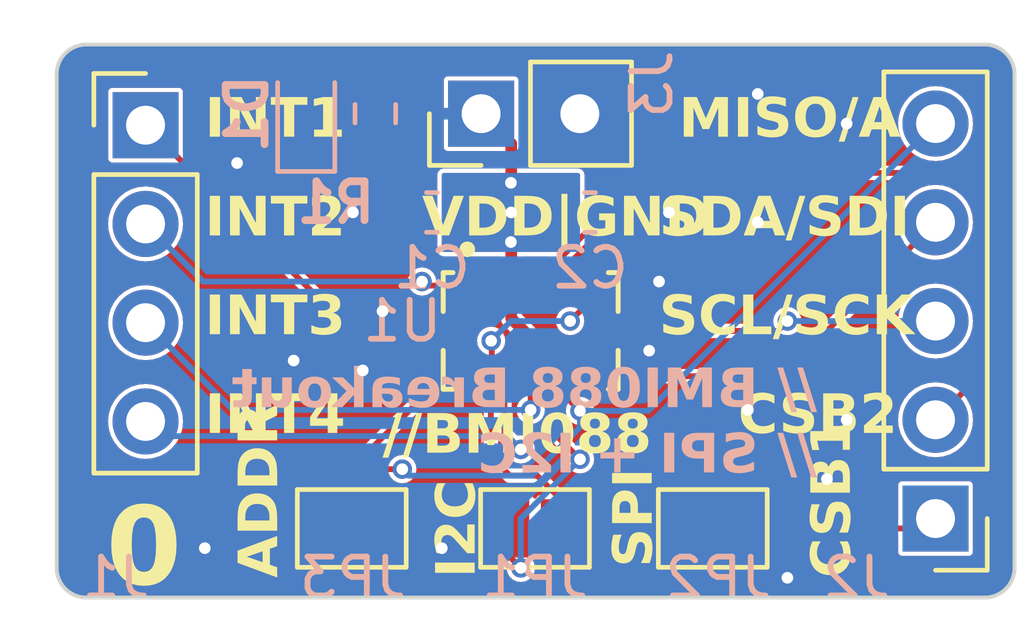
<source format=kicad_pcb>
(kicad_pcb (version 20230410) (generator pcbnew)
  (title_block (title "BMI088 Breakout") (date "2023-08-18") (rev "V1.0") (company "MUREX Robotics [Byran Huang]") (comment 1 "// DO IT RIGHT, DO IT MUREX.") (comment 2 "// ATTEMPT THE IMPOSSIBLE.") (comment 4 "BMI088 breakout board with I2C + SPI support"))
  (layers (0 "F.Cu" signal) (31 "B.Cu" signal) (34 "B.Paste" user) (35 "F.Paste" user) (36 "B.SilkS" user "B.Silkscreen") (37 "F.SilkS" user "F.Silkscreen") (38 "B.Mask" user) (39 "F.Mask" user) (44 "Edge.Cuts" user))
  (net 0 "")
  (net 1 "GND")
  (net 2 "+3.3V")
  (net 3 "/INT1")
  (net 4 "/INT2")
  (net 5 "/INT3")
  (net 6 "/INT4")
  (net 7 "/CSB1")
  (net 8 "/CSB2")
  (net 9 "/SCL{slash}SCK")
  (net 10 "/SDA{slash}SDI")
  (net 11 "/ADDR{slash}MISO")
  (net 13 "Net-(D1-A)")
  (footprint "Connector_PinHeader_2.54mm:PinHeader_1x02_P2.54mm_Vertical" (layer "F.Cu") (at 145.9765 98.044 90)
    (fp_text reference "J3" (at 0.762 4.3915 90) (layer "B.SilkS") (effects (font (thickness 0.15) bold) (justify mirror)))
    (fp_text value "PWR")
    (fp_line (start -1.33 -1.33) (end 0 -1.33) (stroke (width 0.12)) (layer "F.SilkS"))
    (fp_line (start -1.33 0) (end -1.33 -1.33) (stroke (width 0.12)) (layer "F.SilkS"))
    (fp_line (start 1.33 1.270001) (end 1.33 3.87) (stroke (width 0.12)) (layer "F.SilkS"))
    (fp_line (start -1.33 1.270001) (end 1.33 1.270001) (stroke (width 0.12)) (layer "F.SilkS"))
    (fp_line (start -1.33 1.270001) (end -1.33 3.87) (stroke (width 0.12)) (layer "F.SilkS"))
    (fp_line (start -1.33 3.87) (end 1.33 3.87) (stroke (width 0.12)) (layer "F.SilkS"))
    (pad "1" thru_hole rect (at 0 0 90) (size 1.7 1.7) (drill 1) (layers "*.Cu" "*.Mask") (net 2 "+3.3V"))
    (pad "2" thru_hole oval (at 0 2.54 90) (size 1.7 1.7) (drill 1) (layers "*.Cu" "*.Mask") (net 1 "GND"))
  )
  (footprint "Jumper:SolderJumper-2_P1.3mm_Open_Pad1.0x1.5mm" (layer "F.Cu") (at 151.9355 108.712)
    (fp_text reference "JP2" (at 0.142 1.27) (layer "B.SilkS") (effects (font (thickness 0.15) bold) (justify mirror)))
    (fp_text value "SPI")
    (fp_line (start -1.4 -1) (end 1.4 -1) (stroke (width 0.12)) (layer "F.SilkS"))
    (fp_line (start -1.4 1) (end -1.4 -1) (stroke (width 0.12)) (layer "F.SilkS"))
    (fp_line (start 1.4 -1) (end 1.4 1) (stroke (width 0.12)) (layer "F.SilkS"))
    (fp_line (start 1.4 1) (end -1.4 1) (stroke (width 0.12)) (layer "F.SilkS"))
    (pad "1" smd rect (at -0.65 0) (size 1 1.5) (layers "F.Cu" "F.Mask") (net 1 "GND"))
    (pad "2" smd rect (at 0.65 0) (size 1 1.5) (layers "F.Cu" "F.Mask") (net 7 "/CSB1"))
  )
  (footprint "Jumper:SolderJumper-2_P1.3mm_Open_Pad1.0x1.5mm" (layer "F.Cu") (at 142.6495 108.712)
    (fp_text reference "JP3" (at 0.03 1.27) (layer "B.SilkS") (effects (font (thickness 0.15) bold) (justify mirror)))
    (fp_text value "ADDR")
    (fp_line (start -1.4 -1) (end 1.4 -1) (stroke (width 0.12)) (layer "F.SilkS"))
    (fp_line (start -1.4 1) (end -1.4 -1) (stroke (width 0.12)) (layer "F.SilkS"))
    (fp_line (start 1.4 -1) (end 1.4 1) (stroke (width 0.12)) (layer "F.SilkS"))
    (fp_line (start 1.4 1) (end -1.4 1) (stroke (width 0.12)) (layer "F.SilkS"))
    (pad "1" smd rect (at -0.65 0) (size 1 1.5) (layers "F.Cu" "F.Mask") (net 11 "/ADDR{slash}MISO"))
    (pad "2" smd rect (at 0.65 0) (size 1 1.5) (layers "F.Cu" "F.Mask") (net 1 "GND"))
  )
  (footprint "Jumper:SolderJumper-2_P1.3mm_Open_Pad1.0x1.5mm" (layer "F.Cu") (at 147.3635 108.712)
    (fp_text reference "JP1" (at 0 1.27) (layer "B.SilkS") (effects (font (thickness 0.15) bold) (justify mirror)))
    (fp_text value "I2C")
    (fp_line (start -1.4 -1) (end 1.4 -1) (stroke (width 0.12)) (layer "F.SilkS"))
    (fp_line (start -1.4 1) (end -1.4 -1) (stroke (width 0.12)) (layer "F.SilkS"))
    (fp_line (start 1.4 -1) (end 1.4 1) (stroke (width 0.12)) (layer "F.SilkS"))
    (fp_line (start 1.4 1) (end -1.4 1) (stroke (width 0.12)) (layer "F.SilkS"))
    (pad "1" smd rect (at -0.649999 0) (size 1 1.5) (layers "F.Cu" "F.Mask") (net 2 "+3.3V"))
    (pad "2" smd rect (at 0.649999 0) (size 1 1.5) (layers "F.Cu" "F.Mask") (net 7 "/CSB1"))
  )
  (footprint "BMI088:PQFN50P450X300X100-16N" (layer "F.Cu") (at 147.2515 103.632)
    (fp_text reference "U1" (at -3.302 -0.254) (layer "B.SilkS") (effects (font (thickness 0.15) bold) (justify mirror)))
    (fp_text value "BMI088")
    (fp_line (start -2.25 -1.5) (end -2 -1.5) (stroke (width 0.127)) (layer "F.SilkS"))
    (fp_line (start -2.25 -0.5) (end -2.25 -1.5) (stroke (width 0.127)) (layer "F.SilkS"))
    (fp_line (start -2.25 1.5) (end -2.25 0.5) (stroke (width 0.127)) (layer "F.SilkS"))
    (fp_line (start -2 1.5) (end -2.25 1.5) (stroke (width 0.127)) (layer "F.SilkS"))
    (fp_line (start 2.25 -1.5) (end 2 -1.5) (stroke (width 0.127)) (layer "F.SilkS"))
    (fp_line (start 2.25 -0.5) (end 2.25 -1.5) (stroke (width 0.127)) (layer "F.SilkS"))
    (fp_line (start 2.25 0.5) (end 2.25 1.5) (stroke (width 0.127)) (layer "F.SilkS"))
    (fp_line (start 2.25 1.5) (end 2 1.5) (stroke (width 0.127)) (layer "F.SilkS"))
    (fp_circle (center -1.629 -2.1) (end -1.529 -2.1) (stroke (width 0.2)) (fill none) (layer "F.SilkS"))
    (pad "1" smd rect (at -1.5 -1.165 270) (size 0.59 0.35) (layers "F.Cu" "F.Paste" "F.Mask") (net 4 "/INT2"))
    (pad "2" smd rect (at -1 -1.165 270) (size 0.59 0.35) (layers "F.Cu" "F.Paste" "F.Mask"))
    (pad "3" smd rect (at -0.5 -1.165 270) (size 0.59 0.35) (layers "F.Cu" "F.Paste" "F.Mask") (net 2 "+3.3V"))
    (pad "4" smd rect (at 0 -1.164999 270) (size 0.59 0.35) (layers "F.Cu" "F.Paste" "F.Mask") (net 1 "GND"))
    (pad "5" smd rect (at 0.5 -1.165 270) (size 0.59 0.35) (layers "F.Cu" "F.Paste" "F.Mask") (net 8 "/CSB2"))
    (pad "6" smd rect (at 1 -1.165 270) (size 0.59 0.35) (layers "F.Cu" "F.Paste" "F.Mask") (net 1 "GND"))
    (pad "7" smd rect (at 1.5 -1.165 270) (size 0.59 0.35) (layers "F.Cu" "F.Paste" "F.Mask") (net 7 "/CSB1"))
    (pad "8" smd rect (at 1.914999 0 180) (size 0.59 0.35) (layers "F.Cu" "F.Paste" "F.Mask") (net 9 "/SCL{slash}SCK"))
    (pad "9" smd rect (at 1.5 1.165 90) (size 0.59 0.35) (layers "F.Cu" "F.Paste" "F.Mask") (net 10 "/SDA{slash}SDI"))
    (pad "10" smd rect (at 1 1.165 90) (size 0.59 0.35) (layers "F.Cu" "F.Paste" "F.Mask") (net 11 "/ADDR{slash}MISO"))
    (pad "11" smd rect (at 0.5 1.165 90) (size 0.59 0.35) (layers "F.Cu" "F.Paste" "F.Mask") (net 2 "+3.3V"))
    (pad "12" smd rect (at 0 1.164999 90) (size 0.59 0.35) (layers "F.Cu" "F.Paste" "F.Mask") (net 5 "/INT3"))
    (pad "13" smd rect (at -0.5 1.165 90) (size 0.59 0.35) (layers "F.Cu" "F.Paste" "F.Mask") (net 6 "/INT4"))
    (pad "14" smd rect (at -1 1.165 90) (size 0.59 0.35) (layers "F.Cu" "F.Paste" "F.Mask") (net 7 "/CSB1"))
    (pad "15" smd rect (at -1.5 1.165 90) (size 0.59 0.35) (layers "F.Cu" "F.Paste" "F.Mask") (net 11 "/ADDR{slash}MISO"))
    (pad "16" smd rect (at -1.914999 0) (size 0.59 0.35) (layers "F.Cu" "F.Paste" "F.Mask") (net 3 "/INT1"))
  )
  (footprint "Connector_PinHeader_2.54mm:PinHeader_1x04_P2.54mm_Vertical" (layer "F.Cu") (at 137.3455 98.34)
    (fp_text reference "J1" (at -0.762 11.642) (layer "B.SilkS") (effects (font (thickness 0.15) bold) (justify mirror)))
    (fp_text value "HW INTRP")
    (fp_line (start -1.33 -1.33) (end 0 -1.33) (stroke (width 0.12)) (layer "F.SilkS"))
    (fp_line (start -1.33 0) (end -1.33 -1.33) (stroke (width 0.12)) (layer "F.SilkS"))
    (fp_line (start -1.33 1.27) (end -1.33 8.95) (stroke (width 0.12)) (layer "F.SilkS"))
    (fp_line (start -1.33 1.27) (end 1.33 1.27) (stroke (width 0.12)) (layer "F.SilkS"))
    (fp_line (start -1.33 8.95) (end 1.33 8.95) (stroke (width 0.12)) (layer "F.SilkS"))
    (fp_line (start 1.33 1.27) (end 1.33 8.95) (stroke (width 0.12)) (layer "F.SilkS"))
    (pad "1" thru_hole rect (at 0 0) (size 1.7 1.7) (drill 1) (layers "*.Cu" "*.Mask") (net 3 "/INT1"))
    (pad "2" thru_hole oval (at 0 2.54) (size 1.7 1.7) (drill 1) (layers "*.Cu" "*.Mask") (net 4 "/INT2"))
    (pad "3" thru_hole oval (at 0 5.08) (size 1.7 1.7) (drill 1) (layers "*.Cu" "*.Mask") (net 5 "/INT3"))
    (pad "4" thru_hole oval (at 0 7.62) (size 1.7 1.7) (drill 1) (layers "*.Cu" "*.Mask") (net 6 "/INT4"))
  )
  (footprint "Connector_PinHeader_2.54mm:PinHeader_1x05_P2.54mm_Vertical" (layer "F.Cu") (at 157.6655 108.458 180)
    (fp_text reference "J2" (at 2.032 -1.524 -180) (layer "B.SilkS") (effects (font (thickness 0.15) bold) (justify mirror)))
    (fp_text value "CONN")
    (fp_line (start 1.33 1.270001) (end 1.33 11.49) (stroke (width 0.12)) (layer "F.SilkS"))
    (fp_line (start -1.33 11.49) (end 1.33 11.49) (stroke (width 0.12)) (layer "F.SilkS"))
    (fp_line (start -1.33 1.270001) (end 1.33 1.270001) (stroke (width 0.12)) (layer "F.SilkS"))
    (fp_line (start -1.33 1.270001) (end -1.33 11.49) (stroke (width 0.12)) (layer "F.SilkS"))
    (fp_line (start -1.33 0) (end -1.33 -1.33) (stroke (width 0.12)) (layer "F.SilkS"))
    (fp_line (start -1.33 -1.33) (end 0 -1.33) (stroke (width 0.12)) (layer "F.SilkS"))
    (pad "1" thru_hole rect (at 0 0 180) (size 1.7 1.7) (drill 1) (layers "*.Cu" "*.Mask") (net 7 "/CSB1"))
    (pad "2" thru_hole oval (at 0 2.54 180) (size 1.7 1.7) (drill 1) (layers "*.Cu" "*.Mask") (net 8 "/CSB2"))
    (pad "3" thru_hole oval (at 0 5.079999 180) (size 1.7 1.7) (drill 1) (layers "*.Cu" "*.Mask") (net 9 "/SCL{slash}SCK"))
    (pad "4" thru_hole oval (at 0 7.62 180) (size 1.7 1.7) (drill 1) (layers "*.Cu" "*.Mask") (net 10 "/SDA{slash}SDI"))
    (pad "5" thru_hole oval (at 0 10.16 180) (size 1.7 1.7) (drill 1) (layers "*.Cu" "*.Mask") (net 11 "/ADDR{slash}MISO"))
  )
  (footprint "LED_SMD:LED_0603_1608Metric" (layer "B.Cu") (at 141.478 98.044 90)
    (fp_text reference "D1" (at 0 -1.524 270) (layer "B.SilkS") (effects (font (thickness 0.2) bold) (justify mirror)))
    (fp_text value "PWR")
    (fp_line (start 0.8 -0.735) (end -1.485 -0.735) (stroke (width 0.12)) (layer "B.SilkS"))
    (fp_line (start -1.485 -0.735) (end -1.485 0.735) (stroke (width 0.12)) (layer "B.SilkS"))
    (fp_line (start -1.485 0.735) (end 0.8 0.735) (stroke (width 0.12)) (layer "B.SilkS"))
    (pad "1" smd roundrect (at -0.787501 0 270) (size 0.875 0.95) (layers "B.Cu" "B.Paste" "B.Mask") (net 1 "GND"))
    (pad "2" smd roundrect (at 0.787501 0 270) (size 0.875 0.95) (layers "B.Cu" "B.Paste" "B.Mask") (net 13 "Net-(D1-A)"))
  )
  (footprint "Resistor_SMD:R_0603_1608Metric" (layer "B.Cu") (at 143.256 98.044 90)
    (fp_text reference "R1" (at -2.286 -1.016) (layer "B.SilkS") (effects (font (thickness 0.2) bold) (justify mirror)))
    (fp_text value "10k")
    (fp_line (start 0.237258 -0.5225) (end -0.237258 -0.5225) (stroke (width 0.12)) (layer "B.SilkS"))
    (fp_line (start 0.237258 0.5225) (end -0.237258 0.5225) (stroke (width 0.12)) (layer "B.SilkS"))
    (pad "1" smd roundrect (at -0.825 0 270) (size 0.8 0.95) (layers "B.Cu" "B.Paste" "B.Mask") (net 2 "+3.3V"))
    (pad "2" smd roundrect (at 0.825 0 270) (size 0.8 0.95) (layers "B.Cu" "B.Paste" "B.Mask") (net 13 "Net-(D1-A)"))
  )
  (footprint "Capacitor_SMD:C_0603_1608Metric" (layer "B.Cu") (at 144.7115 100.584)
    (fp_text reference "C1" (at 0 1.43) (layer "B.SilkS") (effects (font (thickness 0.15) bold) (justify mirror)))
    (fp_text value "100nF")
    (fp_line (start 0.140581 -0.51) (end -0.140581 -0.51) (stroke (width 0.12)) (layer "B.SilkS"))
    (fp_line (start 0.140581 0.51) (end -0.140581 0.51) (stroke (width 0.12)) (layer "B.SilkS"))
    (pad "1" smd roundrect (at -0.775 0) (size 0.9 0.95) (layers "B.Cu" "B.Paste" "B.Mask") (net 1 "GND"))
    (pad "2" smd roundrect (at 0.775 0) (size 0.9 0.95) (layers "B.Cu" "B.Paste" "B.Mask") (net 2 "+3.3V"))
  )
  (footprint "Capacitor_SMD:C_0603_1608Metric" (layer "B.Cu") (at 148.7755 100.584)
    (fp_text reference "C2" (at 0 1.43) (layer "B.SilkS") (effects (font (thickness 0.15) bold) (justify mirror)))
    (fp_text value "100nF")
    (fp_line (start 0.140581 -0.51) (end -0.140581 -0.51) (stroke (width 0.12)) (layer "B.SilkS"))
    (fp_line (start 0.140581 0.51) (end -0.140581 0.51) (stroke (width 0.12)) (layer "B.SilkS"))
    (pad "1" smd roundrect (at -0.775 0) (size 0.9 0.95) (layers "B.Cu" "B.Paste" "B.Mask") (net 2 "+3.3V"))
    (pad "2" smd roundrect (at 0.775 0) (size 0.9 0.95) (layers "B.Cu" "B.Paste" "B.Mask") (net 1 "GND"))
  )
  (gr_line (start 135.0595 109.728) (end 135.0595 97.027999) (stroke (width 0.1)) (layer "Edge.Cuts"))
  (gr_arc (start 135.8215 110.49) (mid 135.282685 110.266815) (end 135.0595 109.728) (stroke (width 0.1)) (layer "Edge.Cuts"))
  (gr_line (start 158.9355 110.49) (end 135.8215 110.49) (stroke (width 0.1)) (layer "Edge.Cuts"))
  (gr_line (start 135.821499 96.265999) (end 158.9355 96.265999) (stroke (width 0.1)) (layer "Edge.Cuts"))
  (gr_arc (start 158.9355 96.266) (mid 159.474315 96.489185) (end 159.6975 97.028) (stroke (width 0.1)) (layer "Edge.Cuts"))
  (gr_arc (start 159.6975 109.728) (mid 159.474315 110.266815) (end 158.9355 110.49) (stroke (width 0.1)) (layer "Edge.Cuts"))
  (gr_line (start 159.6975 97.028) (end 159.6975 109.728) (stroke (width 0.1)) (layer "Edge.Cuts"))
  (gr_arc (start 135.059499 97.027999) (mid 135.282684 96.489184) (end 135.821499 96.265999) (stroke (width 0.1)) (layer "Edge.Cuts"))
  (gr_text "// BMI088 Breakout\n// SPI + I2C" (at 154.6175 107.442) (layer "B.SilkS") (effects (font (size 1 1) (thickness 0.2) bold) (justify left bottom mirror)))
  (gr_text "INT1" (at 138.8695 98.806) (layer "F.SilkS") (effects (font (size 1 1) (thickness 0.2) bold) (justify left bottom)))
  (gr_text "INT2" (at 138.8695 101.346) (layer "F.SilkS") (effects (font (size 1 1) (thickness 0.2) bold) (justify left bottom)))
  (gr_text "INT3" (at 138.8695 103.886) (layer "F.SilkS") (effects (font (size 1 1) (thickness 0.2) bold) (justify left bottom)))
  (gr_text "I2C" (at 145.9815 109.982 90) (layer "F.SilkS") (effects (font (size 1 1) (thickness 0.2) bold) (justify left bottom)))
  (gr_text "CSB2" (at 152.5855 106.426) (layer "F.SilkS") (effects (font (size 1 1) (thickness 0.2) bold) (justify left bottom)))
  (gr_text "CSB1" (at 155.6335 109.982 90) (layer "F.SilkS") (effects (font (size 1 1) (thickness 0.2) bold) (justify left bottom)))
  (gr_text "VDD|GND" (at 144.4575 101.346) (layer "F.SilkS") (effects (font (size 1 1) (thickness 0.2) bold) (justify left bottom)))
  (gr_text "INT4\n" (at 138.8695 106.426) (layer "F.SilkS") (effects (font (size 1 1) (thickness 0.2) bold) (justify left bottom)))
  (gr_text "ADDR" (at 140.9015 109.982 90) (layer "F.SilkS") (effects (font (size 1 1) (thickness 0.2) bold) (justify left bottom)))
  (gr_text "MISO/A" (at 151.0615 98.806) (layer "F.SilkS") (effects (font (size 1 1) (thickness 0.2) bold) (justify left bottom)))
  (gr_text "SPI" (at 150.5355 109.712 90) (layer "F.SilkS") (effects (font (size 1 1) (thickness 0.2) bold) (justify left bottom)))
  (gr_text "SCL/SCK" (at 150.5535 103.886) (layer "F.SilkS") (effects (font (size 1 1) (thickness 0.2) bold) (justify left bottom)))
  (gr_text "//BMI088" (at 143.4415 106.934) (layer "F.SilkS") (effects (font (size 1 1) (thickness 0.2) bold) (justify left bottom)))
  (gr_text "SDA/SDI" (at 150.5535 101.346) (layer "F.SilkS") (effects (font (size 1 1) (thickness 0.2) bold) (justify left bottom)))
  (gr_text "0" (at 136.3295 110.49) (layer "F.SilkS") (effects (font (size 2 2) (thickness 0.2) bold) (justify left bottom)))
  (via (at 142.6795 100.584) (size 0.5) (drill 0.3) (layers "F.Cu" "B.Cu") (net 1))
  (via (at 138.8695 109.22) (size 0.5) (drill 0.3) (layers "F.Cu" "B.Cu") (net 1))
  (via (at 144.9655 109.22) (size 0.5) (drill 0.3) (layers "F.Cu" "B.Cu") (net 1))
  (via (at 153.0935 97.536) (size 0.5) (drill 0.3) (layers "F.Cu" "B.Cu") (net 1))
  (via (at 150.2995 104.14) (size 0.5) (drill 0.3) (layers "F.Cu" "B.Cu") (net 1))
  (via (at 139.7 99.314) (size 0.5) (drill 0.3) (layers "F.Cu" "B.Cu") (net 1))
  (via (at 150.8075 100.584) (size 0.5) (drill 0.3) (layers "F.Cu" "B.Cu") (net 1))
  (via (at 153.8555 109.982) (size 0.5) (drill 0.3) (layers "F.Cu" "B.Cu") (net 1))
  (via (at 150.5535 102.362) (size 0.5) (drill 0.3) (layers "F.Cu" "B.Cu") (net 1))
  (via (at 154.8715 107.442) (size 0.5) (drill 0.3) (layers "F.Cu" "B.Cu") (net 1))
  (via (at 155.3795 98.298) (size 0.5) (drill 0.3) (layers "F.Cu" "B.Cu") (net 1))
  (via (at 152.8395 105.664) (size 0.5) (drill 0.3) (layers "F.Cu" "B.Cu") (net 1))
  (via (at 141.1555 104.394) (size 0.5) (drill 0.3) (layers "F.Cu" "B.Cu") (net 1))
  (via (at 155.3795 105.918) (size 0.5) (drill 0.3) (layers "F.Cu" "B.Cu") (net 1))
  (via (at 153.0935 100.838) (size 0.5) (drill 0.3) (layers "F.Cu" "B.Cu") (net 1))
  (via (at 142.9335 104.648) (size 0.5) (drill 0.3) (layers "F.Cu" "B.Cu") (net 1))
  (via (at 143.4415 103.124) (size 0.5) (drill 0.3) (layers "F.Cu" "B.Cu") (net 1))
  (segment (start 149.5505 100.584) (end 150.8075 100.584) (width 0.15) (layer "B.Cu") (net 1))
  (segment (start 143.9365 100.584) (end 142.6795 100.584) (width 0.15) (layer "B.Cu") (net 1))
  (segment (start 146.7515 99.814) (end 146.7515 98.819) (width 0.3) (layer "F.Cu") (net 2))
  (segment (start 146.7515 102.467) (end 146.7515 103.307999) (width 0.3) (layer "F.Cu") (net 2))
  (segment (start 146.7515 98.819) (end 145.9765 98.044) (width 0.3) (layer "F.Cu") (net 2))
  (segment (start 146.7515 99.83) (end 146.7435 99.822) (width 0.3) (layer "F.Cu") (net 2))
  (segment (start 147.7515 106.164) (end 147.7515 104.797) (width 0.15) (layer "F.Cu") (net 2))
  (segment (start 146.7515 100.584) (end 146.7515 99.83) (width 0.3) (layer "F.Cu") (net 2))
  (segment (start 146.713501 109.444001) (end 146.9975 109.728) (width 0.15) (layer "F.Cu") (net 2))
  (segment (start 146.7515 102.467) (end 146.7515 101.354) (width 0.3) (layer "F.Cu") (net 2))
  (segment (start 147.7515 104.307999) (end 147.7515 104.797) (width 0.3) (layer "F.Cu") (net 2))
  (segment (start 146.7435 101.346) (end 146.7515 101.338) (width 0.3) (layer "F.Cu") (net 2))
  (segment (start 148.5215 106.934) (end 147.7515 106.164) (width 0.15) (layer "F.Cu") (net 2))
  (segment (start 146.7515 101.354) (end 146.7435 101.346) (width 0.3) (layer "F.Cu") (net 2))
  (segment (start 146.7515 101.338) (end 146.7515 100.584) (width 0.3) (layer "F.Cu") (net 2))
  (segment (start 146.7515 103.307999) (end 147.7515 104.307999) (width 0.3) (layer "F.Cu") (net 2))
  (segment (start 146.713501 108.712) (end 146.713501 109.444001) (width 0.15) (layer "F.Cu") (net 2))
  (segment (start 146.7435 99.822) (end 146.7515 99.814) (width 0.3) (layer "F.Cu") (net 2))
  (via (at 146.9975 109.728) (size 0.5) (drill 0.3) (layers "F.Cu" "B.Cu") (net 2))
  (via (at 146.7515 100.584) (size 0.5) (drill 0.3) (layers "F.Cu" "B.Cu") (net 2))
  (via (at 146.7435 101.346) (size 0.5) (drill 0.3) (layers "F.Cu" "B.Cu") (net 2))
  (via (at 146.7435 99.822) (size 0.5) (drill 0.3) (layers "F.Cu" "B.Cu") (net 2))
  (via (at 148.5215 106.934) (size 0.5) (drill 0.3) (layers "F.Cu" "B.Cu") (net 2))
  (segment (start 146.9975 108.458) (end 148.5215 106.934) (width 0.15) (layer "B.Cu") (net 2))
  (segment (start 144.081 98.044) (end 143.256 98.869) (width 0.3) (layer "B.Cu") (net 2))
  (segment (start 148.0005 100.584) (end 146.7515 100.584) (width 0.15) (layer "B.Cu") (net 2))
  (segment (start 145.4865 100.584) (end 146.7515 100.584) (width 0.15) (layer "B.Cu") (net 2))
  (segment (start 146.9975 109.728) (end 146.9975 108.458) (width 0.15) (layer "B.Cu") (net 2))
  (segment (start 145.9765 98.044) (end 144.081 98.044) (width 0.3) (layer "B.Cu") (net 2))
  (segment (start 145.336501 103.632) (end 142.6375 103.632) (width 0.15) (layer "F.Cu") (net 3))
  (segment (start 142.6375 103.632) (end 137.3455 98.34) (width 0.15) (layer "F.Cu") (net 3))
  (segment (start 145.7515 102.467) (end 144.5625 102.467) (width 0.15) (layer "F.Cu") (net 4))
  (segment (start 144.5625 102.467) (end 144.4575 102.362) (width 0.15) (layer "F.Cu") (net 4))
  (via (at 144.4575 102.362) (size 0.5) (drill 0.3) (layers "F.Cu" "B.Cu") (net 4))
  (segment (start 138.8275 102.362) (end 137.3455 100.88) (width 0.15) (layer "B.Cu") (net 4))
  (segment (start 144.4575 102.362) (end 138.8275 102.362) (width 0.15) (layer "B.Cu") (net 4))
  (segment (start 147.2515 104.796999) (end 147.2515 105.664) (width 0.15) (layer "F.Cu") (net 5))
  (via (at 147.2515 105.664) (size 0.5) (drill 0.3) (layers "F.Cu" "B.Cu") (net 5))
  (segment (start 147.2515 105.664) (end 139.5895 105.664) (width 0.15) (layer "B.Cu") (net 5))
  (segment (start 139.5895 105.664) (end 137.3455 103.42) (width 0.15) (layer "B.Cu") (net 5))
  (segment (start 146.577 105.384612) (end 146.7515 105.210112) (width 0.15) (layer "F.Cu") (net 6))
  (segment (start 146.9975 106.68) (end 146.577 106.2595) (width 0.15) (layer "F.Cu") (net 6))
  (segment (start 146.577 106.2595) (end 146.577 105.384612) (width 0.15) (layer "F.Cu") (net 6))
  (segment (start 146.7515 105.210112) (end 146.7515 104.797) (width 0.15) (layer "F.Cu") (net 6))
  (via (at 146.9975 106.68) (size 0.5) (drill 0.3) (layers "F.Cu" "B.Cu") (net 6))
  (segment (start 146.656 106.3385) (end 137.724 106.3385) (width 0.15) (layer "B.Cu") (net 6))
  (segment (start 146.9975 106.68) (end 146.656 106.3385) (width 0.15) (layer "B.Cu") (net 6))
  (segment (start 137.724 106.3385) (end 137.3455 105.96) (width 0.15) (layer "B.Cu") (net 6))
  (segment (start 146.2515 104.797) (end 146.2515 103.902) (width 0.15) (layer "F.Cu") (net 7))
  (segment (start 146.2515 104.797) (end 146.2275 104.821) (width 0.15) (layer "F.Cu") (net 7))
  (segment (start 146.2275 104.821) (end 146.2275 106.863888) (width 0.15) (layer "F.Cu") (net 7))
  (segment (start 152.5855 109.612) (end 152.5855 108.712) (width 0.15) (layer "F.Cu") (net 7))
  (segment (start 148.013499 108.712) (end 148.013499 109.219999) (width 0.15) (layer "F.Cu") (net 7))
  (segment (start 152.5855 108.712) (end 157.4115 108.712) (width 0.15) (layer "F.Cu") (net 7))
  (segment (start 148.7515 102.467) (end 148.7515 102.894) (width 0.15) (layer "F.Cu") (net 7))
  (segment (start 146.2515 103.902) (end 146.2355 103.886) (width 0.15) (layer "F.Cu") (net 7))
  (segment (start 146.2275 106.863888) (end 146.718112 107.3545) (width 0.15) (layer "F.Cu") (net 7))
  (segment (start 148.013499 107.949999) (end 148.013499 108.712) (width 0.15) (layer "F.Cu") (net 7))
  (segment (start 146.718112 107.3545) (end 147.418 107.3545) (width 0.15) (layer "F.Cu") (net 7))
  (segment (start 148.7755 109.982) (end 152.2155 109.982) (width 0.15) (layer "F.Cu") (net 7))
  (segment (start 157.4115 108.712) (end 157.6655 108.458) (width 0.25) (layer "F.Cu") (net 7))
  (segment (start 152.2155 109.982) (end 152.5855 109.612) (width 0.15) (layer "F.Cu") (net 7))
  (segment (start 148.013499 109.219999) (end 148.7755 109.982) (width 0.15) (layer "F.Cu") (net 7))
  (segment (start 148.7515 102.894) (end 148.2675 103.378) (width 0.15) (layer "F.Cu") (net 7))
  (segment (start 147.418 107.3545) (end 148.013499 107.949999) (width 0.15) (layer "F.Cu") (net 7))
  (via (at 148.2675 103.378) (size 0.5) (drill 0.3) (layers "F.Cu" "B.Cu") (net 7))
  (via (at 146.2355 103.886) (size 0.5) (drill 0.3) (layers "F.Cu" "B.Cu") (net 7))
  (segment (start 146.7435 103.378) (end 146.2355 103.886) (width 0.15) (layer "B.Cu") (net 7))
  (segment (start 148.2675 103.378) (end 146.7435 103.378) (width 0.15) (layer "B.Cu") (net 7))
  (segment (start 158.9355 100.33) (end 158.9355 104.648) (width 0.15) (layer "F.Cu") (net 8))
  (segment (start 147.7515 102.022) (end 150.2055 99.568) (width 0.15) (layer "F.Cu") (net 8))
  (segment (start 158.1735 99.568) (end 158.9355 100.33) (width 0.15) (layer "F.Cu") (net 8))
  (segment (start 147.7515 102.467) (end 147.7515 102.022) (width 0.15) (layer "F.Cu") (net 8))
  (segment (start 150.2055 99.568) (end 158.1735 99.568) (width 0.15) (layer "F.Cu") (net 8))
  (segment (start 158.9355 104.648) (end 157.6655 105.918) (width 0.15) (layer "F.Cu") (net 8))
  (segment (start 153.6015 103.632) (end 149.166499 103.632) (width 0.15) (layer "F.Cu") (net 9))
  (segment (start 153.8555 103.378) (end 153.6015 103.632) (width 0.15) (layer "F.Cu") (net 9))
  (via (at 153.8555 103.378) (size 0.5) (drill 0.3) (layers "F.Cu" "B.Cu") (net 9))
  (segment (start 157.6655 103.378001) (end 153.8555 103.378) (width 0.15) (layer "B.Cu") (net 9))
  (segment (start 153.7065 104.797) (end 157.6655 100.838) (width 0.15) (layer "F.Cu") (net 10))
  (segment (start 148.7515 104.797) (end 153.7065 104.797) (width 0.15) (layer "F.Cu") (net 10))
  (segment (start 141.9995 107.812) (end 141.9995 108.712) (width 0.15) (layer "F.Cu") (net 11))
  (segment (start 148.2515 104.797) (end 148.2515 105.421129) (width 0.15) (layer "F.Cu") (net 11))
  (segment (start 145.7515 104.797) (end 145.0145 104.797) (width 0.15) (layer "F.Cu") (net 11))
  (segment (start 142.6795 107.188) (end 142.6515 107.16) (width 0.15) (layer "F.Cu") (net 11))
  (segment (start 143.9495 107.188) (end 142.6795 107.188) (width 0.15) (layer "F.Cu") (net 11))
  (segment (start 145.0145 104.797) (end 142.6515 107.16) (width 0.15) (layer "F.Cu") (net 11))
  (segment (start 142.6515 107.16) (end 141.9995 107.812) (width 0.15) (layer "F.Cu") (net 11))
  (segment (start 148.2515 105.421129) (end 148.51912 105.688749) (width 0.15) (layer "F.Cu") (net 11))
  (via (at 143.9495 107.188) (size 0.5) (drill 0.3) (layers "F.Cu" "B.Cu") (net 11))
  (via (at 148.51912 105.688749) (size 0.5) (drill 0.3) (layers "F.Cu" "B.Cu") (net 11))
  (segment (start 148.51912 105.688749) (end 150.274751 105.688749) (width 0.15) (layer "B.Cu") (net 11))
  (segment (start 148.51912 105.688749) (end 148.51912 106.112268) (width 0.15) (layer "B.Cu") (net 11))
  (segment (start 144.116 107.3545) (end 143.9495 107.188) (width 0.15) (layer "B.Cu") (net 11))
  (segment (start 150.274751 105.688749) (end 157.6655 98.298) (width 0.15) (layer "B.Cu") (net 11))
  (segment (start 148.51912 106.112268) (end 147.276888 107.3545) (width 0.15) (layer "B.Cu") (net 11))
  (segment (start 147.276888 107.3545) (end 144.116 107.3545) (width 0.15) (layer "B.Cu") (net 11))
  (segment (start 141.515499 97.219) (end 141.478 97.256499) (width 0.25) (layer "B.Cu") (net 13))
  (segment (start 143.256 97.219) (end 141.515499 97.219) (width 0.25) (layer "B.Cu") (net 13))
  (zone (net 1) (net_name "GND") (layers "F&B.Cu") (connect_pads yes (clearance 0.1)) (min_thickness 0.1) (fill yes (thermal_gap 0.5) (thermal_bridge_width 0.5))
    (polygon (pts (xy 134.8055 96.012) (xy 134.8055 110.744) (xy 159.9515 110.744) (xy 159.9515 96.012)))
  )
  (zone (net 2) (net_name "+3.3V") (layers "F&B.Cu") (priority 1) (connect_pads yes (clearance 0.1)) (min_thickness 0.1) (fill yes (thermal_gap 0.5) (thermal_bridge_width 0.5))
    (polygon (pts (xy 144.9655 99.568) (xy 148.5215 99.568) (xy 148.5215 101.6) (xy 144.9655 101.6)))
  )
)
</source>
